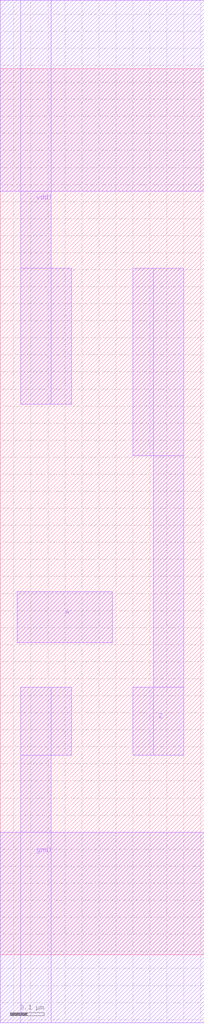
<source format=lef>

#******
# Preview export LEF
#
#	 Preview sub-version 5.10.41_USR5.90.69
#
# REF LIBS: lab3 
# TECH LIB NAME: cmos065
# TECH FILE NAME: techfile.cds
#******

VERSION 5.5 ;

NAMESCASESENSITIVE ON ;

DIVIDERCHAR "/" ;
BUSBITCHARS "[]" ;

UNITS
    DATABASE MICRONS 1000  ;
END UNITS

 MANUFACTURINGGRID    0.005000 ;
SITE CORE
    SYMMETRY Y  ;
    CLASS CORE  ;
    SIZE 0.200 BY 2.600 ;
END CORE

MACRO inv
    CLASS CORE ;
    FOREIGN inv 0.21 0.39 ;
    ORIGIN -0.210 -0.390 ;
    SIZE 0.600 BY 2.600 ;
    SYMMETRY X Y ;
    SITE CORE ;
    PIN A
        DIRECTION INPUT ;
        PORT
        LAYER M1 ;
        RECT  0.260 1.305 0.540 1.455 ;
        END
    END A
    PIN Z
        DIRECTION OUTPUT ;
        PORT
        LAYER M1 ;
        RECT  0.600 1.855 0.750 2.405 ;
        RECT  0.660 0.975 0.750 2.405 ;
        RECT  0.600 0.975 0.750 1.175 ;
        END
    END Z
    PIN vdd!
        DIRECTION INOUT ;
        USE POWER ;
        SHAPE ABUTMENT ;
        PORT
        LAYER M1 ;
        RECT  0.210 2.630 0.810 3.190 ;
        RECT  0.270 2.005 0.420 2.405 ;
        RECT  0.270 2.005 0.360 3.190 ;
        END
    END vdd!
    PIN gnd!
        DIRECTION INOUT ;
        USE GROUND ;
        SHAPE ABUTMENT ;
        PORT
        LAYER M1 ;
        RECT  0.210 0.190 0.810 0.750 ;
        RECT  0.270 0.975 0.420 1.175 ;
        RECT  0.270 0.190 0.360 1.175 ;
        END
    END gnd!
END inv

END LIBRARY

</source>
